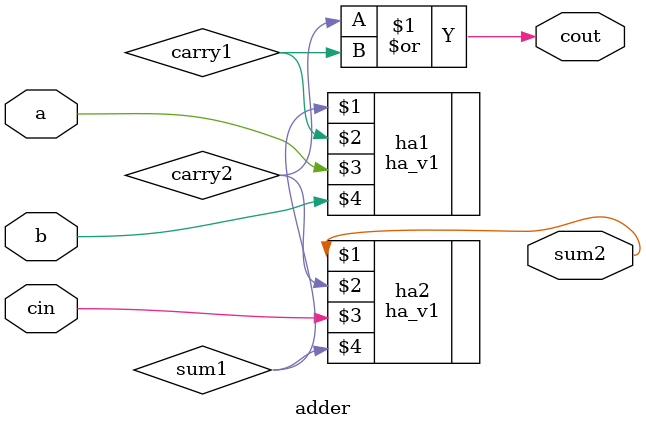
<source format=v>
module adder (output wire sum2, cout, input wire cin, a, b);
  wire sum1, carry1, carry2;
  /// Primer semisumador
        // xor xor1(sum1, a, b);
        // and and1(carry2, a, b);
  ha_v1 ha1(sum1, carry1, a, b);
  /// Segundo semisumador
        // xor xor2(sum2, cin, sum1);
        // and and2(carry2, cin, sum1);
  ha_v1 ha2(sum2, carry2, cin, sum1);
  /// El or
  or or1(cout, carry2, carry1);
endmodule
</source>
